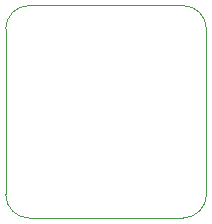
<source format=gbr>
%TF.GenerationSoftware,KiCad,Pcbnew,7.0.2*%
%TF.CreationDate,2023-08-17T13:15:17-07:00*%
%TF.ProjectId,Fpc24Coupler,46706332-3443-46f7-9570-6c65722e6b69,rev?*%
%TF.SameCoordinates,Original*%
%TF.FileFunction,Profile,NP*%
%FSLAX46Y46*%
G04 Gerber Fmt 4.6, Leading zero omitted, Abs format (unit mm)*
G04 Created by KiCad (PCBNEW 7.0.2) date 2023-08-17 13:15:17*
%MOMM*%
%LPD*%
G01*
G04 APERTURE LIST*
%TA.AperFunction,Profile*%
%ADD10C,0.100000*%
%TD*%
G04 APERTURE END LIST*
D10*
X148000000Y-91000000D02*
G75*
G03*
X146000000Y-93000000I0J-2000000D01*
G01*
X163000000Y-93000000D02*
X163000000Y-107000000D01*
X148000000Y-91000000D02*
X161000000Y-91000000D01*
X161000000Y-109000000D02*
G75*
G03*
X163000000Y-107000000I0J2000000D01*
G01*
X146000000Y-107000000D02*
X146000000Y-93000000D01*
X146000000Y-107000000D02*
G75*
G03*
X148000000Y-109000000I2000000J0D01*
G01*
X161000000Y-109000000D02*
X148000000Y-109000000D01*
X163000000Y-93000000D02*
G75*
G03*
X161000000Y-91000000I-2000000J0D01*
G01*
M02*

</source>
